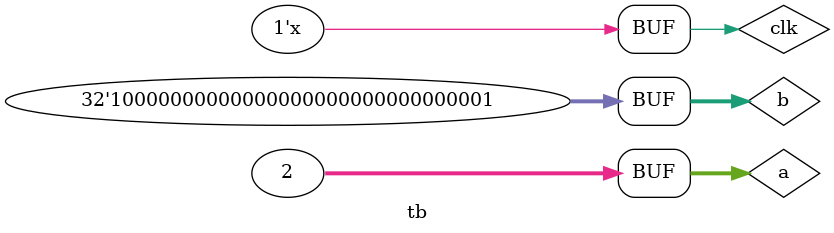
<source format=v>
module tb();
    reg clk;
    wire [31:0] IR;
    wire [31:0] PC;
    cpu uut(clk, IR, PC);
    reg signed [31:0]a=32'b00000000000000000000000000000010;
    reg signed [31:0]b=32'b10000000000000000000000000000001;
    
    always begin
        #1 clk=~clk;
       end

    initial begin
        $dumpfile("PDS.vcd");
        $dumpvars(0,tb);
        clk=1'b0;
       //$display("%b", b>>>31);
    end
endmodule
</source>
